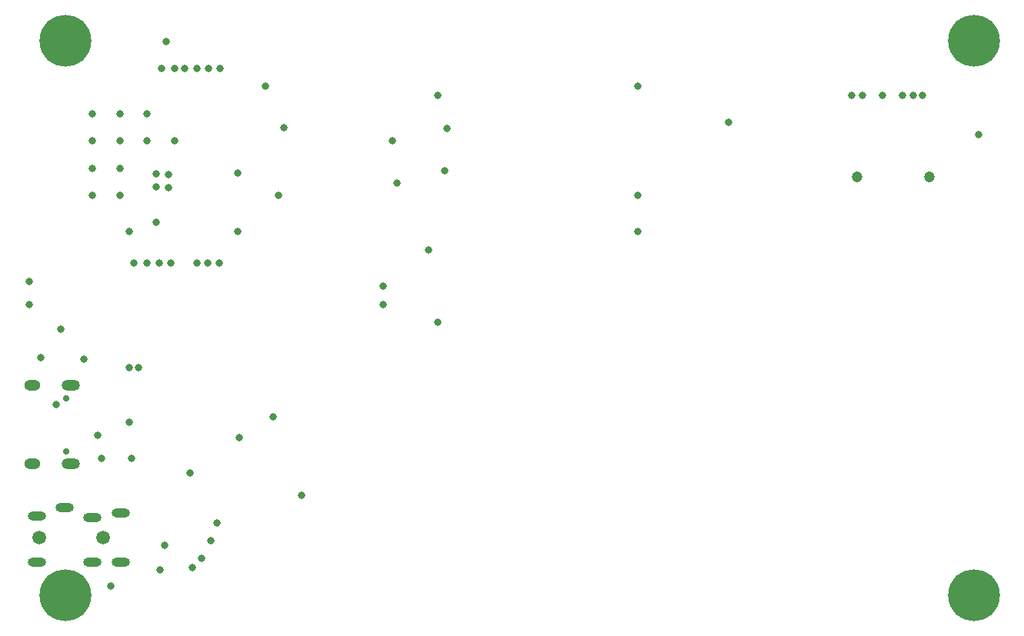
<source format=gbr>
%TF.GenerationSoftware,KiCad,Pcbnew,7.0.7*%
%TF.CreationDate,2023-10-03T15:02:23+02:00*%
%TF.ProjectId,Untitled,556e7469-746c-4656-942e-6b696361645f,rev?*%
%TF.SameCoordinates,Original*%
%TF.FileFunction,Copper,L2,Inr*%
%TF.FilePolarity,Positive*%
%FSLAX46Y46*%
G04 Gerber Fmt 4.6, Leading zero omitted, Abs format (unit mm)*
G04 Created by KiCad (PCBNEW 7.0.7) date 2023-10-03 15:02:23*
%MOMM*%
%LPD*%
G01*
G04 APERTURE LIST*
%TA.AperFunction,ComponentPad*%
%ADD10C,5.700000*%
%TD*%
%TA.AperFunction,ComponentPad*%
%ADD11C,1.200000*%
%TD*%
%TA.AperFunction,ComponentPad*%
%ADD12O,2.000000X1.200000*%
%TD*%
%TA.AperFunction,ComponentPad*%
%ADD13O,1.800000X1.200000*%
%TD*%
%TA.AperFunction,ComponentPad*%
%ADD14C,0.700000*%
%TD*%
%TA.AperFunction,ComponentPad*%
%ADD15O,2.000000X1.000000*%
%TD*%
%TA.AperFunction,ComponentPad*%
%ADD16C,1.500000*%
%TD*%
%TA.AperFunction,ViaPad*%
%ADD17C,0.800000*%
%TD*%
G04 APERTURE END LIST*
D10*
%TO.N,GND*%
%TO.C,H6*%
X98000000Y-125000000D03*
%TD*%
%TO.N,GND*%
%TO.C,H5*%
X198000000Y-125000000D03*
%TD*%
%TO.N,GND*%
%TO.C,H4*%
X198000000Y-64000000D03*
%TD*%
%TO.N,GND*%
%TO.C,H3*%
X98000000Y-64000000D03*
%TD*%
D11*
%TO.N,*%
%TO.C,Card1*%
X185100000Y-79000000D03*
X193100000Y-79000000D03*
%TD*%
D12*
%TO.N,GND*%
%TO.C,USB1*%
X98594549Y-101952072D03*
X98594549Y-110592072D03*
D13*
X94384549Y-101952072D03*
X94384549Y-110592072D03*
D14*
%TO.N,*%
X98064549Y-103382072D03*
X98064549Y-109162072D03*
%TD*%
D15*
%TO.N,GND*%
%TO.C,CN2*%
X94824544Y-121404078D03*
%TO.N,Net-(U6-OUTP)*%
X94824544Y-116274078D03*
X104124544Y-121404078D03*
X104124544Y-115974078D03*
%TO.N,Net-(CN2-Pad5)*%
X100924544Y-116454078D03*
%TO.N,Net-(CN2-Pad6)*%
X100924544Y-121404078D03*
%TO.N,unconnected-(CN2-Pad7)*%
X97874544Y-115404078D03*
D16*
%TO.N,*%
X95124544Y-118664078D03*
X102124544Y-118664078D03*
%TD*%
D17*
%TO.N,GND*%
X117142674Y-107687436D03*
X100000000Y-99000000D03*
X138000000Y-87000000D03*
%TO.N,Net-(CN2-Pad5)*%
X103000000Y-124000000D03*
%TO.N,GND*%
X108013388Y-80092627D03*
X109375922Y-80163225D03*
X109375922Y-78708914D03*
X108027507Y-78638316D03*
%TO.N,+5V*%
X97000000Y-104000000D03*
X102000000Y-110000000D03*
%TO.N,GND*%
X107000000Y-75000000D03*
X104000000Y-75000000D03*
X108909682Y-119500000D03*
X107000000Y-72000000D03*
X104000000Y-78000000D03*
X101000000Y-81000000D03*
X104000000Y-72000000D03*
X97500000Y-95750000D03*
X110000000Y-75000000D03*
X104000000Y-81000000D03*
X101000000Y-78000000D03*
X95267824Y-98891217D03*
X101000000Y-72000000D03*
X101000000Y-75000000D03*
X101520127Y-107424570D03*
%TO.N,CONTROLLED_3.3V*%
X140000000Y-73657833D03*
X139000000Y-70000000D03*
X114687583Y-117078134D03*
X139000000Y-95000000D03*
%TO.N,LCD_BL*%
X134511739Y-79649356D03*
X139726383Y-78310372D03*
%TO.N,BAT_READ*%
X120862816Y-105383209D03*
X113682268Y-88435276D03*
%TO.N,JACK_DETECTION*%
X112449095Y-88450576D03*
X111684213Y-111539139D03*
%TO.N,EN*%
X105000000Y-85000000D03*
X161000000Y-85000000D03*
%TO.N,BOOT*%
X120000000Y-69003187D03*
X161000000Y-69000000D03*
%TO.N,BAT_CHARGING_STAT*%
X114961305Y-88418445D03*
X94000000Y-93000000D03*
%TO.N,GPIO_20*%
X106000000Y-100000000D03*
X105288171Y-110000000D03*
%TO.N,GPIO_19*%
X105000000Y-100000000D03*
X105000000Y-106000000D03*
%TO.N,SD_DAT_2*%
X192300000Y-70000000D03*
X108614202Y-67000000D03*
%TO.N,SD_DAT_3*%
X110000000Y-67000000D03*
X191273075Y-70000000D03*
%TO.N,SD_CMD*%
X190109340Y-70000000D03*
X111158562Y-67000000D03*
%TO.N,SD_CLK*%
X112450568Y-67000000D03*
X187883902Y-70000000D03*
%TO.N,SD_DAT_0*%
X185687354Y-70000000D03*
X113718406Y-67000000D03*
%TO.N,SD_DAT_1*%
X184567260Y-70000000D03*
X115000000Y-67000000D03*
%TO.N,I2S_DOUT*%
X113000000Y-121000000D03*
X108285078Y-88487663D03*
%TO.N,GAIN_CONTROL*%
X94000000Y-90457014D03*
X114000000Y-119000000D03*
X108000000Y-84000000D03*
X109631490Y-88457063D03*
%TO.N,I2S_LRCLK*%
X108438071Y-122275500D03*
X105491409Y-88481408D03*
%TO.N,I2S_BCLK*%
X112000000Y-122000000D03*
X107000000Y-88466376D03*
%TO.N,BTN_2*%
X124000000Y-114000000D03*
X117000000Y-85000000D03*
%TO.N,BTN_3*%
X121483386Y-81000000D03*
X161000000Y-81000000D03*
%TO.N,BTN_4*%
X133000000Y-93000000D03*
X133000000Y-91000000D03*
%TO.N,BTN_5*%
X117000000Y-78583517D03*
X109065009Y-64065009D03*
%TO.N,BTN_6*%
X134000000Y-75000000D03*
X198478612Y-74288146D03*
%TO.N,BTN_7*%
X171000000Y-73000000D03*
X122000000Y-73569410D03*
%TD*%
M02*

</source>
